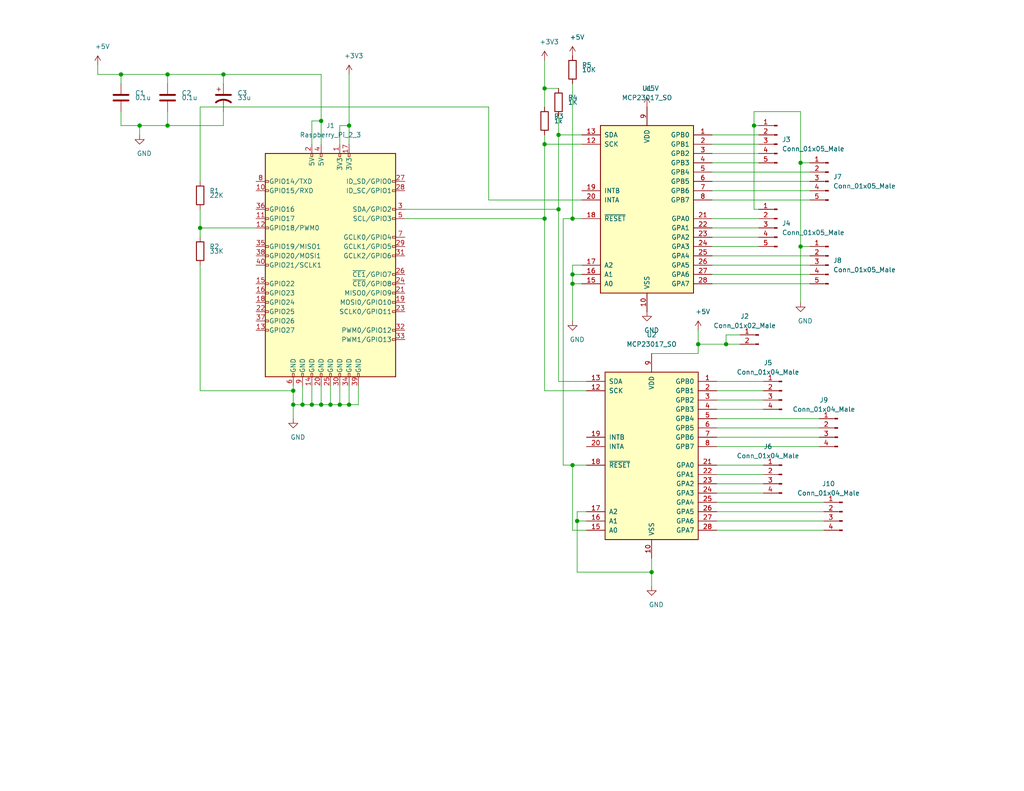
<source format=kicad_sch>
(kicad_sch (version 20200828) (generator eeschema)
  (page 1 1)
  (paper "USLetter")
  (lib_symbols
    (symbol "Connector:Conn_01x02_Male" (pin_names (offset 1.016) hide)
      (property "Reference" "J" (at 0 2.54 0))
      (property "Value" "Conn_01x02_Male" (at 0 -5.08 0))
      (symbol "Conn_01x02_Male_1_1"
        (rectangle (start 0.8636 -2.413) (end 0 -2.667) (stroke (width 0.1524)) (fill (type outline)))
        (rectangle (start 0.8636 0.127) (end 0 -0.127) (stroke (width 0.1524)) (fill (type outline)))
        (polyline (pts (xy 1.27 -2.54) (xy 0.8636 -2.54)) (stroke (width 0.1524)))
        (polyline (pts (xy 1.27 0) (xy 0.8636 0)) (stroke (width 0.1524)))
        (pin passive line (at 5.08 0 180) (length 3.81) (name "Pin_1") (number "1"))
        (pin passive line (at 5.08 -2.54 180) (length 3.81) (name "Pin_2") (number "2"))
      )
    )
    (symbol "Connector:Conn_01x04_Male" (pin_names (offset 1.016) hide)
      (property "Reference" "J" (at 0 5.08 0))
      (property "Value" "Conn_01x04_Male" (at 0 -7.62 0))
      (symbol "Conn_01x04_Male_1_1"
        (rectangle (start 0.8636 -4.953) (end 0 -5.207) (stroke (width 0.1524)) (fill (type outline)))
        (rectangle (start 0.8636 -2.413) (end 0 -2.667) (stroke (width 0.1524)) (fill (type outline)))
        (rectangle (start 0.8636 0.127) (end 0 -0.127) (stroke (width 0.1524)) (fill (type outline)))
        (rectangle (start 0.8636 2.667) (end 0 2.413) (stroke (width 0.1524)) (fill (type outline)))
        (polyline (pts (xy 1.27 -5.08) (xy 0.8636 -5.08)) (stroke (width 0.1524)))
        (polyline (pts (xy 1.27 -2.54) (xy 0.8636 -2.54)) (stroke (width 0.1524)))
        (polyline (pts (xy 1.27 0) (xy 0.8636 0)) (stroke (width 0.1524)))
        (polyline (pts (xy 1.27 2.54) (xy 0.8636 2.54)) (stroke (width 0.1524)))
        (pin passive line (at 5.08 2.54 180) (length 3.81) (name "Pin_1") (number "1"))
        (pin passive line (at 5.08 0 180) (length 3.81) (name "Pin_2") (number "2"))
        (pin passive line (at 5.08 -2.54 180) (length 3.81) (name "Pin_3") (number "3"))
        (pin passive line (at 5.08 -5.08 180) (length 3.81) (name "Pin_4") (number "4"))
      )
    )
    (symbol "Connector:Conn_01x05_Male" (pin_names (offset 1.016) hide)
      (property "Reference" "J" (at 0 7.62 0))
      (property "Value" "Conn_01x05_Male" (at 0 -7.62 0))
      (symbol "Conn_01x05_Male_1_1"
        (rectangle (start 0.8636 -4.953) (end 0 -5.207) (stroke (width 0.1524)) (fill (type outline)))
        (rectangle (start 0.8636 -2.413) (end 0 -2.667) (stroke (width 0.1524)) (fill (type outline)))
        (rectangle (start 0.8636 0.127) (end 0 -0.127) (stroke (width 0.1524)) (fill (type outline)))
        (rectangle (start 0.8636 2.667) (end 0 2.413) (stroke (width 0.1524)) (fill (type outline)))
        (rectangle (start 0.8636 5.207) (end 0 4.953) (stroke (width 0.1524)) (fill (type outline)))
        (polyline (pts (xy 1.27 -5.08) (xy 0.8636 -5.08)) (stroke (width 0.1524)))
        (polyline (pts (xy 1.27 -2.54) (xy 0.8636 -2.54)) (stroke (width 0.1524)))
        (polyline (pts (xy 1.27 0) (xy 0.8636 0)) (stroke (width 0.1524)))
        (polyline (pts (xy 1.27 2.54) (xy 0.8636 2.54)) (stroke (width 0.1524)))
        (polyline (pts (xy 1.27 5.08) (xy 0.8636 5.08)) (stroke (width 0.1524)))
        (pin passive line (at 5.08 5.08 180) (length 3.81) (name "Pin_1") (number "1"))
        (pin passive line (at 5.08 2.54 180) (length 3.81) (name "Pin_2") (number "2"))
        (pin passive line (at 5.08 0 180) (length 3.81) (name "Pin_3") (number "3"))
        (pin passive line (at 5.08 -2.54 180) (length 3.81) (name "Pin_4") (number "4"))
        (pin passive line (at 5.08 -5.08 180) (length 3.81) (name "Pin_5") (number "5"))
      )
    )
    (symbol "Connector:Raspberry_Pi_2_3" (pin_names (offset 1.016))
      (property "Reference" "J" (at -17.78 31.75 0))
      (property "Value" "Raspberry_Pi_2_3" (at 10.16 -31.75 0))
      (symbol "Raspberry_Pi_2_3_0_1"
        (rectangle (start -17.78 30.48) (end 17.78 -30.48) (stroke (width 0.254)) (fill (type background)))
      )
      (symbol "Raspberry_Pi_2_3_1_1"
        (rectangle (start -16.891 -17.526) (end -17.78 -18.034))
        (rectangle (start -16.891 -14.986) (end -17.78 -15.494))
        (rectangle (start -16.891 -12.446) (end -17.78 -12.954))
        (rectangle (start -16.891 -9.906) (end -17.78 -10.414))
        (rectangle (start -16.891 -7.366) (end -17.78 -7.874))
        (rectangle (start -16.891 -4.826) (end -17.78 -5.334))
        (rectangle (start -16.891 0.254) (end -17.78 -0.254))
        (rectangle (start -16.891 2.794) (end -17.78 2.286))
        (rectangle (start -16.891 5.334) (end -17.78 4.826))
        (rectangle (start -16.891 10.414) (end -17.78 9.906))
        (rectangle (start -16.891 12.954) (end -17.78 12.446))
        (rectangle (start -16.891 15.494) (end -17.78 14.986))
        (rectangle (start -16.891 20.574) (end -17.78 20.066))
        (rectangle (start -16.891 23.114) (end -17.78 22.606))
        (rectangle (start -10.414 -29.591) (end -9.906 -30.48))
        (rectangle (start -7.874 -29.591) (end -7.366 -30.48))
        (rectangle (start -5.334 -29.591) (end -4.826 -30.48))
        (rectangle (start -5.334 30.48) (end -4.826 29.591))
        (rectangle (start -2.794 -29.591) (end -2.286 -30.48))
        (rectangle (start -2.794 30.48) (end -2.286 29.591))
        (rectangle (start -0.254 -29.591) (end 0.254 -30.48))
        (rectangle (start 2.286 -29.591) (end 2.794 -30.48))
        (rectangle (start 2.286 30.48) (end 2.794 29.591))
        (rectangle (start 4.826 -29.591) (end 5.334 -30.48))
        (rectangle (start 4.826 30.48) (end 5.334 29.591))
        (rectangle (start 7.366 -29.591) (end 7.874 -30.48))
        (rectangle (start 17.78 -20.066) (end 16.891 -20.574))
        (rectangle (start 17.78 -17.526) (end 16.891 -18.034))
        (rectangle (start 17.78 -12.446) (end 16.891 -12.954))
        (rectangle (start 17.78 -9.906) (end 16.891 -10.414))
        (rectangle (start 17.78 -7.366) (end 16.891 -7.874))
        (rectangle (start 17.78 -4.826) (end 16.891 -5.334))
        (rectangle (start 17.78 -2.286) (end 16.891 -2.794))
        (rectangle (start 17.78 2.794) (end 16.891 2.286))
        (rectangle (start 17.78 5.334) (end 16.891 4.826))
        (rectangle (start 17.78 7.874) (end 16.891 7.366))
        (rectangle (start 17.78 12.954) (end 16.891 12.446))
        (rectangle (start 17.78 15.494) (end 16.891 14.986))
        (rectangle (start 17.78 20.574) (end 16.891 20.066))
        (rectangle (start 17.78 23.114) (end 16.891 22.606))
        (pin power_in line (at 2.54 33.02 270) (length 2.54) (name "3V3") (number "1"))
        (pin bidirectional line (at -20.32 20.32 0) (length 2.54) (name "GPIO15/RXD") (number "10"))
        (pin bidirectional line (at -20.32 12.7 0) (length 2.54) (name "GPIO17") (number "11"))
        (pin bidirectional line (at -20.32 10.16 0) (length 2.54) (name "GPIO18/PWM0") (number "12"))
        (pin bidirectional line (at -20.32 -17.78 0) (length 2.54) (name "GPIO27") (number "13"))
        (pin power_in line (at -5.08 -33.02 90) (length 2.54) (name "GND") (number "14"))
        (pin bidirectional line (at -20.32 -5.08 0) (length 2.54) (name "GPIO22") (number "15"))
        (pin bidirectional line (at -20.32 -7.62 0) (length 2.54) (name "GPIO23") (number "16"))
        (pin power_in line (at 5.08 33.02 270) (length 2.54) (name "3V3") (number "17"))
        (pin bidirectional line (at -20.32 -10.16 0) (length 2.54) (name "GPIO24") (number "18"))
        (pin bidirectional line (at 20.32 -10.16 180) (length 2.54) (name "MOSI0/GPIO10") (number "19"))
        (pin power_in line (at -5.08 33.02 270) (length 2.54) (name "5V") (number "2"))
        (pin power_in line (at -2.54 -33.02 90) (length 2.54) (name "GND") (number "20"))
        (pin bidirectional line (at 20.32 -7.62 180) (length 2.54) (name "MISO0/GPIO9") (number "21"))
        (pin bidirectional line (at -20.32 -12.7 0) (length 2.54) (name "GPIO25") (number "22"))
        (pin bidirectional line (at 20.32 -12.7 180) (length 2.54) (name "SCLK0/GPIO11") (number "23"))
        (pin bidirectional line (at 20.32 -5.08 180) (length 2.54) (name "~CE0~/GPIO8") (number "24"))
        (pin power_in line (at 0 -33.02 90) (length 2.54) (name "GND") (number "25"))
        (pin bidirectional line (at 20.32 -2.54 180) (length 2.54) (name "~CE1~/GPIO7") (number "26"))
        (pin bidirectional line (at 20.32 22.86 180) (length 2.54) (name "ID_SD/GPIO0") (number "27"))
        (pin bidirectional line (at 20.32 20.32 180) (length 2.54) (name "ID_SC/GPIO1") (number "28"))
        (pin bidirectional line (at 20.32 5.08 180) (length 2.54) (name "GCLK1/GPIO5") (number "29"))
        (pin bidirectional line (at 20.32 15.24 180) (length 2.54) (name "SDA/GPIO2") (number "3"))
        (pin power_in line (at 2.54 -33.02 90) (length 2.54) (name "GND") (number "30"))
        (pin bidirectional line (at 20.32 2.54 180) (length 2.54) (name "GCLK2/GPIO6") (number "31"))
        (pin bidirectional line (at 20.32 -17.78 180) (length 2.54) (name "PWM0/GPIO12") (number "32"))
        (pin bidirectional line (at 20.32 -20.32 180) (length 2.54) (name "PWM1/GPIO13") (number "33"))
        (pin power_in line (at 5.08 -33.02 90) (length 2.54) (name "GND") (number "34"))
        (pin bidirectional line (at -20.32 5.08 0) (length 2.54) (name "GPIO19/MISO1") (number "35"))
        (pin bidirectional line (at -20.32 15.24 0) (length 2.54) (name "GPIO16") (number "36"))
        (pin bidirectional line (at -20.32 -15.24 0) (length 2.54) (name "GPIO26") (number "37"))
        (pin bidirectional line (at -20.32 2.54 0) (length 2.54) (name "GPIO20/MOSI1") (number "38"))
        (pin power_in line (at 7.62 -33.02 90) (length 2.54) (name "GND") (number "39"))
        (pin power_in line (at -2.54 33.02 270) (length 2.54) (name "5V") (number "4"))
        (pin bidirectional line (at -20.32 0 0) (length 2.54) (name "GPIO21/SCLK1") (number "40"))
        (pin bidirectional line (at 20.32 12.7 180) (length 2.54) (name "SCL/GPIO3") (number "5"))
        (pin power_in line (at -10.16 -33.02 90) (length 2.54) (name "GND") (number "6"))
        (pin bidirectional line (at 20.32 7.62 180) (length 2.54) (name "GCLK0/GPIO4") (number "7"))
        (pin bidirectional line (at -20.32 22.86 0) (length 2.54) (name "GPIO14/TXD") (number "8"))
        (pin power_in line (at -7.62 -33.02 90) (length 2.54) (name "GND") (number "9"))
      )
    )
    (symbol "Device:C" (pin_numbers hide) (pin_names (offset 0.254))
      (property "Reference" "C" (at 0.635 2.54 0))
      (property "Value" "C" (at 0.635 -2.54 0))
      (symbol "C_0_1"
        (polyline (pts (xy -2.032 -0.762) (xy 2.032 -0.762)) (stroke (width 0.508)))
        (polyline (pts (xy -2.032 0.762) (xy 2.032 0.762)) (stroke (width 0.508)))
      )
      (symbol "C_1_1"
        (pin passive line (at 0 3.81 270) (length 2.794) (name "~") (number "1"))
        (pin passive line (at 0 -3.81 90) (length 2.794) (name "~") (number "2"))
      )
    )
    (symbol "Device:CP1" (pin_numbers hide) (pin_names (offset 0.254) hide)
      (property "Reference" "C" (at 0.635 2.54 0))
      (property "Value" "CP1" (at 0.635 -2.54 0))
      (symbol "CP1_0_1"
        (arc (start -2.032 -1.27) (end 2.032 -1.27) (radius (at 0 -3.81) (length 3.2512) (angles 128.7 51.3)) (stroke (width 0.508)))
        (polyline (pts (xy -2.032 0.762) (xy 2.032 0.762)) (stroke (width 0.508)))
        (polyline (pts (xy -1.778 2.286) (xy -0.762 2.286)))
        (polyline (pts (xy -1.27 1.778) (xy -1.27 2.794)))
      )
      (symbol "CP1_1_1"
        (pin passive line (at 0 3.81 270) (length 2.794) (name "~") (number "1"))
        (pin passive line (at 0 -3.81 90) (length 3.302) (name "~") (number "2"))
      )
    )
    (symbol "Device:R" (pin_numbers hide) (pin_names (offset 0))
      (property "Reference" "R" (at 2.032 0 90))
      (property "Value" "R" (at 0 0 90))
      (symbol "R_0_1"
        (rectangle (start -1.016 -2.54) (end 1.016 2.54) (stroke (width 0.254)))
      )
      (symbol "R_1_1"
        (pin passive line (at 0 3.81 270) (length 1.27) (name "~") (number "1"))
        (pin passive line (at 0 -3.81 90) (length 1.27) (name "~") (number "2"))
      )
    )
    (symbol "Interface_Expansion:MCP23017_SO" (pin_names (offset 1.016))
      (property "Reference" "U" (at -11.43 24.13 0))
      (property "Value" "MCP23017_SO" (at 0 0 0))
      (symbol "MCP23017_SO_0_1"
        (rectangle (start -12.7 22.86) (end 12.7 -22.86) (stroke (width 0.254)) (fill (type background)))
      )
      (symbol "MCP23017_SO_1_1"
        (pin bidirectional line (at 17.78 20.32 180) (length 5.08) (name "GPB0") (number "1"))
        (pin power_in line (at 0 -27.94 90) (length 5.08) (name "VSS") (number "10"))
        (pin unconnected line (at -12.7 15.24 0) (length 5.08) hide (name "NC") (number "11"))
        (pin input line (at -17.78 17.78 0) (length 5.08) (name "SCK") (number "12"))
        (pin bidirectional line (at -17.78 20.32 0) (length 5.08) (name "SDA") (number "13"))
        (pin unconnected line (at -12.7 12.7 0) (length 5.08) hide (name "NC") (number "14"))
        (pin input line (at -17.78 -20.32 0) (length 5.08) (name "A0") (number "15"))
        (pin input line (at -17.78 -17.78 0) (length 5.08) (name "A1") (number "16"))
        (pin input line (at -17.78 -15.24 0) (length 5.08) (name "A2") (number "17"))
        (pin input line (at -17.78 -2.54 0) (length 5.08) (name "~RESET~") (number "18"))
        (pin tri_state line (at -17.78 5.08 0) (length 5.08) (name "INTB") (number "19"))
        (pin bidirectional line (at 17.78 17.78 180) (length 5.08) (name "GPB1") (number "2"))
        (pin tri_state line (at -17.78 2.54 0) (length 5.08) (name "INTA") (number "20"))
        (pin bidirectional line (at 17.78 -2.54 180) (length 5.08) (name "GPA0") (number "21"))
        (pin bidirectional line (at 17.78 -5.08 180) (length 5.08) (name "GPA1") (number "22"))
        (pin bidirectional line (at 17.78 -7.62 180) (length 5.08) (name "GPA2") (number "23"))
        (pin bidirectional line (at 17.78 -10.16 180) (length 5.08) (name "GPA3") (number "24"))
        (pin bidirectional line (at 17.78 -12.7 180) (length 5.08) (name "GPA4") (number "25"))
        (pin bidirectional line (at 17.78 -15.24 180) (length 5.08) (name "GPA5") (number "26"))
        (pin bidirectional line (at 17.78 -17.78 180) (length 5.08) (name "GPA6") (number "27"))
        (pin bidirectional line (at 17.78 -20.32 180) (length 5.08) (name "GPA7") (number "28"))
        (pin bidirectional line (at 17.78 15.24 180) (length 5.08) (name "GPB2") (number "3"))
        (pin bidirectional line (at 17.78 12.7 180) (length 5.08) (name "GPB3") (number "4"))
        (pin bidirectional line (at 17.78 10.16 180) (length 5.08) (name "GPB4") (number "5"))
        (pin bidirectional line (at 17.78 7.62 180) (length 5.08) (name "GPB5") (number "6"))
        (pin bidirectional line (at 17.78 5.08 180) (length 5.08) (name "GPB6") (number "7"))
        (pin bidirectional line (at 17.78 2.54 180) (length 5.08) (name "GPB7") (number "8"))
        (pin power_in line (at 0 27.94 270) (length 5.08) (name "VDD") (number "9"))
      )
    )
    (symbol "power:+3V3" (power) (pin_names (offset 0))
      (property "Value" "+3V3" (at 0 3.556 0))
      (symbol "+3V3_0_1"
        (polyline (pts (xy -0.762 1.27) (xy 0 2.54)))
        (polyline (pts (xy 0 0) (xy 0 2.54)))
        (polyline (pts (xy 0 2.54) (xy 0.762 1.27)))
      )
      (symbol "+3V3_1_1"
        (pin power_in line (at 0 0 90) (length 0) hide (name "+3V3") (number "1"))
      )
    )
    (symbol "power:+5V" (power) (pin_names (offset 0))
      (property "Value" "+5V" (at 0 3.556 0))
      (symbol "+5V_0_1"
        (polyline (pts (xy -0.762 1.27) (xy 0 2.54)))
        (polyline (pts (xy 0 0) (xy 0 2.54)))
        (polyline (pts (xy 0 2.54) (xy 0.762 1.27)))
      )
      (symbol "+5V_1_1"
        (pin power_in line (at 0 0 90) (length 0) hide (name "+5V") (number "1"))
      )
    )
    (symbol "power:GND" (power) (pin_names (offset 0))
      (property "Value" "GND" (at 0 -3.81 0))
      (symbol "GND_0_1"
        (polyline (pts (xy 0 0) (xy 0 -1.27) (xy 1.27 -1.27) (xy 0 -2.54) (xy -1.27 -1.27) (xy 0 -1.27)))
      )
      (symbol "GND_1_1"
        (pin power_in line (at 0 0 270) (length 0) hide (name "GND") (number "1"))
      )
    )
  )
  (junction (at 33.02 20.32) (diameter 1.016))
  (junction (at 38.1 34.29) (diameter 1.016))
  (junction (at 45.72 20.32) (diameter 1.016))
  (junction (at 45.72 34.29) (diameter 1.016))
  (junction (at 54.61 62.23) (diameter 1.016))
  (junction (at 60.96 20.32) (diameter 1.016))
  (junction (at 80.01 106.68) (diameter 1.016))
  (junction (at 80.01 110.49) (diameter 1.016))
  (junction (at 82.55 110.49) (diameter 1.016))
  (junction (at 85.09 110.49) (diameter 1.016))
  (junction (at 87.63 33.02) (diameter 1.016))
  (junction (at 87.63 110.49) (diameter 1.016))
  (junction (at 90.17 110.49) (diameter 1.016))
  (junction (at 92.71 110.49) (diameter 1.016))
  (junction (at 95.25 34.29) (diameter 1.016))
  (junction (at 95.25 110.49) (diameter 1.016))
  (junction (at 148.59 24.13) (diameter 1.016))
  (junction (at 148.59 39.37) (diameter 1.016))
  (junction (at 148.59 59.69) (diameter 1.016))
  (junction (at 152.4 36.83) (diameter 1.016))
  (junction (at 152.4 57.15) (diameter 1.016))
  (junction (at 156.21 59.69) (diameter 1.016))
  (junction (at 156.21 74.93) (diameter 1.016))
  (junction (at 156.21 77.47) (diameter 1.016))
  (junction (at 156.21 127) (diameter 1.016))
  (junction (at 157.48 142.24) (diameter 1.016))
  (junction (at 177.8 156.21) (diameter 1.016))
  (junction (at 190.5 93.98) (diameter 1.016))
  (junction (at 198.12 93.98) (diameter 1.016))
  (junction (at 205.74 34.29) (diameter 1.016))
  (junction (at 218.44 44.45) (diameter 1.016))
  (junction (at 218.44 67.31) (diameter 1.016))
  (wire (pts (xy 26.67 17.78) (xy 26.67 20.32)))
  (wire (pts (xy 26.67 20.32) (xy 33.02 20.32)))
  (wire (pts (xy 33.02 20.32) (xy 33.02 22.86)))
  (wire (pts (xy 33.02 20.32) (xy 45.72 20.32)))
  (wire (pts (xy 33.02 30.48) (xy 33.02 34.29)))
  (wire (pts (xy 33.02 34.29) (xy 38.1 34.29)))
  (wire (pts (xy 38.1 34.29) (xy 38.1 36.83)))
  (wire (pts (xy 38.1 34.29) (xy 45.72 34.29)))
  (wire (pts (xy 45.72 20.32) (xy 45.72 22.86)))
  (wire (pts (xy 45.72 20.32) (xy 60.96 20.32)))
  (wire (pts (xy 45.72 30.48) (xy 45.72 34.29)))
  (wire (pts (xy 45.72 34.29) (xy 60.96 34.29)))
  (wire (pts (xy 54.61 29.21) (xy 54.61 49.53)))
  (wire (pts (xy 54.61 57.15) (xy 54.61 62.23)))
  (wire (pts (xy 54.61 62.23) (xy 54.61 64.77)))
  (wire (pts (xy 54.61 62.23) (xy 69.85 62.23)))
  (wire (pts (xy 54.61 72.39) (xy 54.61 106.68)))
  (wire (pts (xy 54.61 106.68) (xy 80.01 106.68)))
  (wire (pts (xy 60.96 20.32) (xy 60.96 22.86)))
  (wire (pts (xy 60.96 34.29) (xy 60.96 30.48)))
  (wire (pts (xy 80.01 105.41) (xy 80.01 106.68)))
  (wire (pts (xy 80.01 106.68) (xy 80.01 110.49)))
  (wire (pts (xy 80.01 110.49) (xy 80.01 114.3)))
  (wire (pts (xy 80.01 110.49) (xy 82.55 110.49)))
  (wire (pts (xy 82.55 105.41) (xy 82.55 110.49)))
  (wire (pts (xy 82.55 110.49) (xy 85.09 110.49)))
  (wire (pts (xy 85.09 33.02) (xy 87.63 33.02)))
  (wire (pts (xy 85.09 39.37) (xy 85.09 33.02)))
  (wire (pts (xy 85.09 105.41) (xy 85.09 110.49)))
  (wire (pts (xy 85.09 110.49) (xy 87.63 110.49)))
  (wire (pts (xy 87.63 20.32) (xy 60.96 20.32)))
  (wire (pts (xy 87.63 33.02) (xy 87.63 20.32)))
  (wire (pts (xy 87.63 39.37) (xy 87.63 33.02)))
  (wire (pts (xy 87.63 105.41) (xy 87.63 110.49)))
  (wire (pts (xy 87.63 110.49) (xy 90.17 110.49)))
  (wire (pts (xy 90.17 105.41) (xy 90.17 110.49)))
  (wire (pts (xy 90.17 110.49) (xy 92.71 110.49)))
  (wire (pts (xy 92.71 34.29) (xy 95.25 34.29)))
  (wire (pts (xy 92.71 39.37) (xy 92.71 34.29)))
  (wire (pts (xy 92.71 105.41) (xy 92.71 110.49)))
  (wire (pts (xy 92.71 110.49) (xy 95.25 110.49)))
  (wire (pts (xy 95.25 20.32) (xy 95.25 34.29)))
  (wire (pts (xy 95.25 34.29) (xy 95.25 39.37)))
  (wire (pts (xy 95.25 105.41) (xy 95.25 110.49)))
  (wire (pts (xy 95.25 110.49) (xy 97.79 110.49)))
  (wire (pts (xy 97.79 110.49) (xy 97.79 105.41)))
  (wire (pts (xy 110.49 57.15) (xy 152.4 57.15)))
  (wire (pts (xy 110.49 59.69) (xy 148.59 59.69)))
  (wire (pts (xy 133.35 29.21) (xy 54.61 29.21)))
  (wire (pts (xy 133.35 54.61) (xy 133.35 29.21)))
  (wire (pts (xy 148.59 16.51) (xy 148.59 24.13)))
  (wire (pts (xy 148.59 24.13) (xy 152.4 24.13)))
  (wire (pts (xy 148.59 29.21) (xy 148.59 24.13)))
  (wire (pts (xy 148.59 36.83) (xy 148.59 39.37)))
  (wire (pts (xy 148.59 39.37) (xy 158.75 39.37)))
  (wire (pts (xy 148.59 59.69) (xy 148.59 39.37)))
  (wire (pts (xy 148.59 106.68) (xy 148.59 59.69)))
  (wire (pts (xy 152.4 31.75) (xy 152.4 36.83)))
  (wire (pts (xy 152.4 36.83) (xy 152.4 57.15)))
  (wire (pts (xy 152.4 57.15) (xy 152.4 104.14)))
  (wire (pts (xy 152.4 104.14) (xy 160.02 104.14)))
  (wire (pts (xy 153.67 59.69) (xy 153.67 127)))
  (wire (pts (xy 153.67 127) (xy 156.21 127)))
  (wire (pts (xy 156.21 22.86) (xy 156.21 59.69)))
  (wire (pts (xy 156.21 59.69) (xy 153.67 59.69)))
  (wire (pts (xy 156.21 59.69) (xy 158.75 59.69)))
  (wire (pts (xy 156.21 72.39) (xy 158.75 72.39)))
  (wire (pts (xy 156.21 74.93) (xy 156.21 72.39)))
  (wire (pts (xy 156.21 74.93) (xy 158.75 74.93)))
  (wire (pts (xy 156.21 77.47) (xy 156.21 74.93)))
  (wire (pts (xy 156.21 77.47) (xy 158.75 77.47)))
  (wire (pts (xy 156.21 87.63) (xy 156.21 77.47)))
  (wire (pts (xy 156.21 127) (xy 160.02 127)))
  (wire (pts (xy 156.21 144.78) (xy 156.21 127)))
  (wire (pts (xy 157.48 139.7) (xy 157.48 142.24)))
  (wire (pts (xy 157.48 142.24) (xy 157.48 156.21)))
  (wire (pts (xy 157.48 142.24) (xy 160.02 142.24)))
  (wire (pts (xy 157.48 156.21) (xy 177.8 156.21)))
  (wire (pts (xy 158.75 36.83) (xy 152.4 36.83)))
  (wire (pts (xy 158.75 54.61) (xy 133.35 54.61)))
  (wire (pts (xy 160.02 106.68) (xy 148.59 106.68)))
  (wire (pts (xy 160.02 139.7) (xy 157.48 139.7)))
  (wire (pts (xy 160.02 144.78) (xy 156.21 144.78)))
  (wire (pts (xy 177.8 96.52) (xy 190.5 96.52)))
  (wire (pts (xy 177.8 156.21) (xy 177.8 152.4)))
  (wire (pts (xy 177.8 160.02) (xy 177.8 156.21)))
  (wire (pts (xy 190.5 93.98) (xy 190.5 90.17)))
  (wire (pts (xy 190.5 93.98) (xy 198.12 93.98)))
  (wire (pts (xy 190.5 96.52) (xy 190.5 93.98)))
  (wire (pts (xy 194.31 46.99) (xy 220.98 46.99)))
  (wire (pts (xy 194.31 49.53) (xy 220.98 49.53)))
  (wire (pts (xy 194.31 52.07) (xy 220.98 52.07)))
  (wire (pts (xy 194.31 54.61) (xy 220.98 54.61)))
  (wire (pts (xy 194.31 69.85) (xy 220.98 69.85)))
  (wire (pts (xy 194.31 72.39) (xy 220.98 72.39)))
  (wire (pts (xy 194.31 74.93) (xy 220.98 74.93)))
  (wire (pts (xy 194.31 77.47) (xy 220.98 77.47)))
  (wire (pts (xy 198.12 91.44) (xy 198.12 93.98)))
  (wire (pts (xy 198.12 93.98) (xy 201.93 93.98)))
  (wire (pts (xy 201.93 91.44) (xy 198.12 91.44)))
  (wire (pts (xy 205.74 30.48) (xy 205.74 34.29)))
  (wire (pts (xy 205.74 34.29) (xy 205.74 57.15)))
  (wire (pts (xy 205.74 34.29) (xy 207.01 34.29)))
  (wire (pts (xy 205.74 57.15) (xy 207.01 57.15)))
  (wire (pts (xy 207.01 36.83) (xy 194.31 36.83)))
  (wire (pts (xy 207.01 39.37) (xy 194.31 39.37)))
  (wire (pts (xy 207.01 41.91) (xy 194.31 41.91)))
  (wire (pts (xy 207.01 44.45) (xy 194.31 44.45)))
  (wire (pts (xy 207.01 59.69) (xy 194.31 59.69)))
  (wire (pts (xy 207.01 62.23) (xy 194.31 62.23)))
  (wire (pts (xy 207.01 64.77) (xy 194.31 64.77)))
  (wire (pts (xy 207.01 67.31) (xy 194.31 67.31)))
  (wire (pts (xy 208.28 104.14) (xy 195.58 104.14)))
  (wire (pts (xy 208.28 106.68) (xy 195.58 106.68)))
  (wire (pts (xy 208.28 109.22) (xy 195.58 109.22)))
  (wire (pts (xy 208.28 111.76) (xy 195.58 111.76)))
  (wire (pts (xy 208.28 127) (xy 195.58 127)))
  (wire (pts (xy 208.28 129.54) (xy 195.58 129.54)))
  (wire (pts (xy 208.28 132.08) (xy 195.58 132.08)))
  (wire (pts (xy 208.28 134.62) (xy 195.58 134.62)))
  (wire (pts (xy 218.44 30.48) (xy 205.74 30.48)))
  (wire (pts (xy 218.44 44.45) (xy 218.44 30.48)))
  (wire (pts (xy 218.44 44.45) (xy 218.44 67.31)))
  (wire (pts (xy 218.44 67.31) (xy 220.98 67.31)))
  (wire (pts (xy 218.44 82.55) (xy 218.44 67.31)))
  (wire (pts (xy 220.98 44.45) (xy 218.44 44.45)))
  (wire (pts (xy 223.52 114.3) (xy 195.58 114.3)))
  (wire (pts (xy 223.52 116.84) (xy 195.58 116.84)))
  (wire (pts (xy 223.52 119.38) (xy 195.58 119.38)))
  (wire (pts (xy 223.52 121.92) (xy 195.58 121.92)))
  (wire (pts (xy 224.79 137.16) (xy 195.58 137.16)))
  (wire (pts (xy 224.79 139.7) (xy 195.58 139.7)))
  (wire (pts (xy 224.79 142.24) (xy 195.58 142.24)))
  (wire (pts (xy 224.79 144.78) (xy 195.58 144.78)))
  (symbol (lib_id "power:+5V") (at 26.67 17.78 0) (unit 1)
    (property "Reference" "#PWR01" (effects hide))
    (property "Value" "+5V" (at 27.94 12.7 0))
  )
  (symbol (lib_id "power:+3V3") (at 95.25 20.32 0) (unit 1)
    (property "Reference" "#PWR04" (effects hide))
    (property "Value" "+3V3" (at 96.52 15.24 0))
  )
  (symbol (lib_id "power:+3V3") (at 148.59 16.51 0) (unit 1)
    (property "Reference" "#PWR05" (effects hide))
    (property "Value" "+3V3" (at 149.86 11.43 0))
  )
  (symbol (lib_id "power:+5V") (at 156.21 15.24 0) (unit 1)
    (property "Reference" "#PWR06" (effects hide))
    (property "Value" "+5V" (at 157.48 10.16 0))
  )
  (symbol (lib_id "power:+5V") (at 176.53 29.21 0) (unit 1)
    (property "Reference" "#PWR08" (effects hide))
    (property "Value" "+5V" (at 177.8 24.13 0))
  )
  (symbol (lib_id "power:+5V") (at 190.5 90.17 0) (unit 1)
    (property "Reference" "#PWR011" (effects hide))
    (property "Value" "+5V" (at 191.77 85.09 0))
  )
  (symbol (lib_id "power:GND") (at 38.1 36.83 0) (unit 1)
    (property "Reference" "#PWR02" (effects hide))
    (property "Value" "GND" (at 39.37 41.91 0))
  )
  (symbol (lib_id "power:GND") (at 80.01 114.3 0) (unit 1)
    (property "Reference" "#PWR03" (effects hide))
    (property "Value" "GND" (at 81.28 119.38 0))
  )
  (symbol (lib_id "power:GND") (at 156.21 87.63 0) (unit 1)
    (property "Reference" "#PWR07" (effects hide))
    (property "Value" "GND" (at 157.48 92.71 0))
  )
  (symbol (lib_id "power:GND") (at 176.53 85.09 0) (unit 1)
    (property "Reference" "#PWR09" (effects hide))
    (property "Value" "GND" (at 177.8 90.17 0))
  )
  (symbol (lib_id "power:GND") (at 177.8 160.02 0) (unit 1)
    (property "Reference" "#PWR010" (effects hide))
    (property "Value" "GND" (at 179.07 165.1 0))
  )
  (symbol (lib_id "power:GND") (at 218.44 82.55 0) (unit 1)
    (property "Reference" "#PWR012" (effects hide))
    (property "Value" "GND" (at 219.71 87.63 0))
  )
  (symbol (lib_id "Device:R") (at 54.61 53.34 0) (unit 1)
    (property "Reference" "R1" (at 57.15 52.07 0) (effects (justify left)))
    (property "Value" "22K" (at 57.15 53.34 0) (effects (justify left)))
  )
  (symbol (lib_id "Device:R") (at 54.61 68.58 0) (unit 1)
    (property "Reference" "R2" (at 57.15 67.31 0) (effects (justify left)))
    (property "Value" "33K" (at 57.15 68.58 0) (effects (justify left)))
  )
  (symbol (lib_id "Device:R") (at 148.59 33.02 0) (unit 1)
    (property "Reference" "R3" (at 151.13 31.75 0) (effects (justify left)))
    (property "Value" "1k" (at 151.13 33.02 0) (effects (justify left)))
  )
  (symbol (lib_id "Device:R") (at 152.4 27.94 0) (unit 1)
    (property "Reference" "R4" (at 154.94 26.67 0) (effects (justify left)))
    (property "Value" "1K" (at 154.94 27.94 0) (effects (justify left)))
  )
  (symbol (lib_id "Device:R") (at 156.21 19.05 0) (unit 1)
    (property "Reference" "R5" (at 158.75 17.78 0) (effects (justify left)))
    (property "Value" "10K" (at 158.75 19.05 0) (effects (justify left)))
  )
  (symbol (lib_id "Connector:Conn_01x02_Male") (at 207.01 91.44 0) (mirror y) (unit 1)
    (property "Reference" "J2" (at 203.2 86.36 0))
    (property "Value" "Conn_01x02_Male" (at 203.2 88.9 0))
  )
  (symbol (lib_id "Device:C") (at 33.02 26.67 0) (unit 1)
    (property "Reference" "C1" (at 36.83 25.4 0) (effects (justify left)))
    (property "Value" "0.1u" (at 36.83 26.67 0) (effects (justify left)))
  )
  (symbol (lib_id "Device:C") (at 45.72 26.67 0) (unit 1)
    (property "Reference" "C2" (at 49.53 25.4 0) (effects (justify left)))
    (property "Value" "0.1u" (at 49.53 26.67 0) (effects (justify left)))
  )
  (symbol (lib_id "Device:CP1") (at 60.96 26.67 0) (unit 1)
    (property "Reference" "C3" (at 64.77 25.4 0) (effects (justify left)))
    (property "Value" "33u" (at 64.77 26.67 0) (effects (justify left)))
  )
  (symbol (lib_id "Connector:Conn_01x04_Male") (at 213.36 106.68 0) (mirror y) (unit 1)
    (property "Reference" "J5" (at 209.55 99.06 0))
    (property "Value" "Conn_01x04_Male" (at 209.55 101.6 0))
  )
  (symbol (lib_id "Connector:Conn_01x04_Male") (at 213.36 129.54 0) (mirror y) (unit 1)
    (property "Reference" "J6" (at 209.55 121.92 0))
    (property "Value" "Conn_01x04_Male" (at 209.55 124.46 0))
  )
  (symbol (lib_id "Connector:Conn_01x04_Male") (at 228.6 116.84 0) (mirror y) (unit 1)
    (property "Reference" "J9" (at 224.79 109.22 0))
    (property "Value" "Conn_01x04_Male" (at 224.79 111.76 0))
  )
  (symbol (lib_id "Connector:Conn_01x04_Male") (at 229.87 139.7 0) (mirror y) (unit 1)
    (property "Reference" "J10" (at 226.06 132.08 0))
    (property "Value" "Conn_01x04_Male" (at 226.06 134.62 0))
  )
  (symbol (lib_id "Connector:Conn_01x05_Male") (at 212.09 39.37 0) (mirror y) (unit 1)
    (property "Reference" "J3" (at 213.36 38.1 0) (effects (justify right)))
    (property "Value" "Conn_01x05_Male" (at 213.36 40.64 0) (effects (justify right)))
  )
  (symbol (lib_id "Connector:Conn_01x05_Male") (at 212.09 62.23 0) (mirror y) (unit 1)
    (property "Reference" "J4" (at 213.36 60.96 0) (effects (justify right)))
    (property "Value" "Conn_01x05_Male" (at 213.36 63.5 0) (effects (justify right)))
  )
  (symbol (lib_id "Connector:Conn_01x05_Male") (at 226.06 49.53 0) (mirror y) (unit 1)
    (property "Reference" "J7" (at 227.33 48.26 0) (effects (justify right)))
    (property "Value" "Conn_01x05_Male" (at 227.33 50.8 0) (effects (justify right)))
  )
  (symbol (lib_id "Connector:Conn_01x05_Male") (at 226.06 72.39 0) (mirror y) (unit 1)
    (property "Reference" "J8" (at 227.33 71.12 0) (effects (justify right)))
    (property "Value" "Conn_01x05_Male" (at 227.33 73.66 0) (effects (justify right)))
  )
  (symbol (lib_id "Interface_Expansion:MCP23017_SO") (at 176.53 57.15 0) (unit 1)
    (property "Reference" "U1" (at 176.53 24.13 0))
    (property "Value" "MCP23017_SO" (at 176.53 26.67 0))
    (property "Footprint" "Package_SO:SOIC-28W_7.5x17.9mm_P1.27mm" (effects hide))
    (property "Datasheet" "http://ww1.microchip.com/downloads/en/DeviceDoc/20001952C.pdf" (effects hide))
  )
  (symbol (lib_id "Interface_Expansion:MCP23017_SO") (at 177.8 124.46 0) (unit 1)
    (property "Reference" "U2" (at 177.8 91.44 0))
    (property "Value" "MCP23017_SO" (at 177.8 93.98 0))
    (property "Footprint" "Package_SO:SOIC-28W_7.5x17.9mm_P1.27mm" (effects hide))
    (property "Datasheet" "http://ww1.microchip.com/downloads/en/DeviceDoc/20001952C.pdf" (effects hide))
  )
  (symbol (lib_id "Connector:Raspberry_Pi_2_3") (at 90.17 72.39 0) (unit 1)
    (property "Reference" "J1" (at 90.17 34.29 0))
    (property "Value" "Raspberry_Pi_2_3" (at 90.17 36.83 0))
    (property "Datasheet" "https://www.raspberrypi.org/documentation/hardware/raspberrypi/schematics/rpi_SCH_3bplus_1p0_reduced.pdf" (effects hide))
  )
)
</source>
